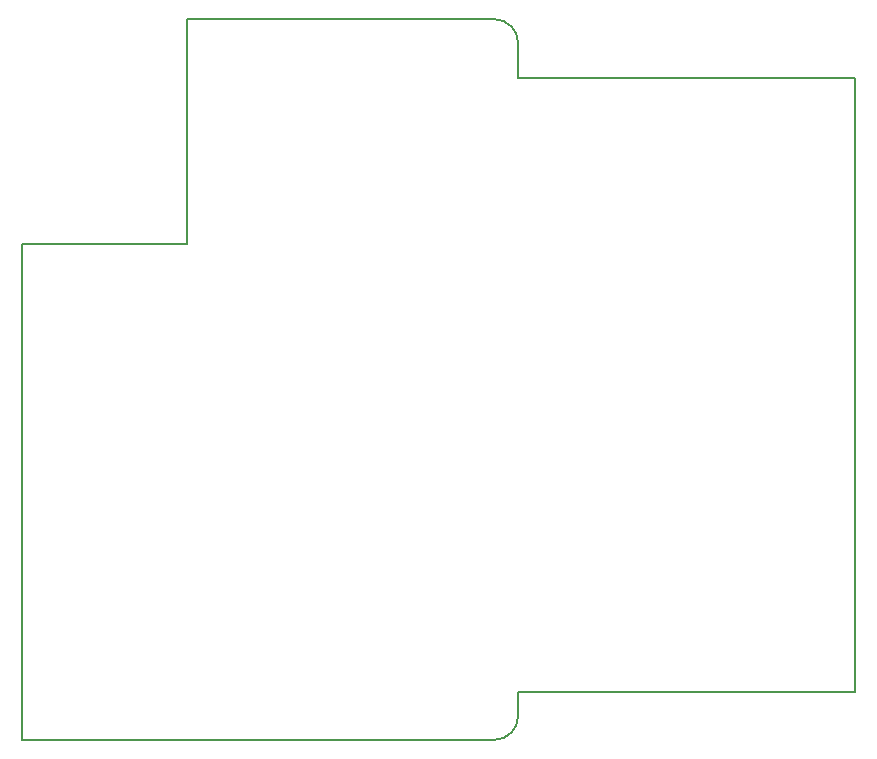
<source format=gko>
G04 Layer_Color=16711935*
%FSLAX44Y44*%
%MOMM*%
G71*
G01*
G75*
%ADD47C,0.2000*%
D47*
X400000Y0D02*
G03*
X420000Y20000I0J20000D01*
G01*
Y590000D02*
G03*
X400000Y610000I-20000J0D01*
G01*
X420000Y20000D02*
Y40000D01*
X705000D01*
X420000Y560000D02*
X705000D01*
X420000D02*
Y590000D01*
X140000Y420000D02*
Y610000D01*
X0Y420000D02*
X140000D01*
X0Y0D02*
Y420000D01*
Y0D02*
X400000D01*
X705000Y40000D02*
Y560000D01*
X140000Y610000D02*
X400000D01*
M02*

</source>
